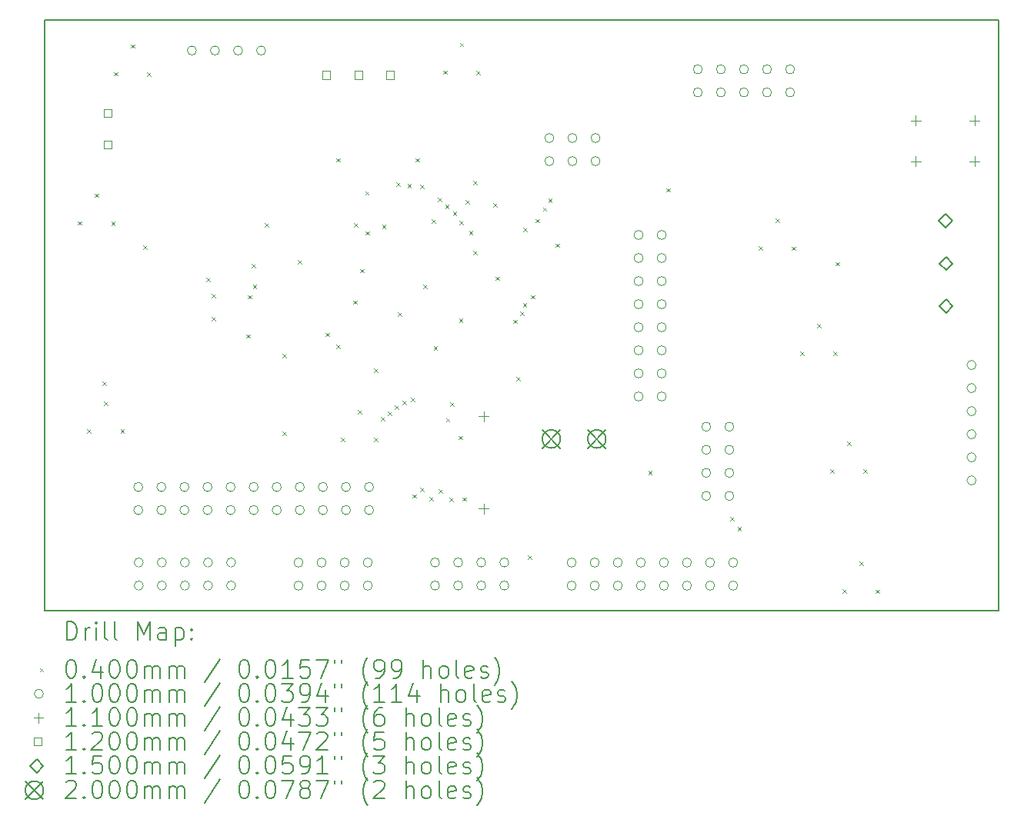
<source format=gbr>
%TF.GenerationSoftware,KiCad,Pcbnew,6.0.7-f9a2dced07~116~ubuntu20.04.1*%
%TF.CreationDate,2023-02-02T12:23:22+01:00*%
%TF.ProjectId,MoleNet_V5.2.2,4d6f6c65-4e65-4745-9f56-352e322e322e,1*%
%TF.SameCoordinates,Original*%
%TF.FileFunction,Drillmap*%
%TF.FilePolarity,Positive*%
%FSLAX45Y45*%
G04 Gerber Fmt 4.5, Leading zero omitted, Abs format (unit mm)*
G04 Created by KiCad (PCBNEW 6.0.7-f9a2dced07~116~ubuntu20.04.1) date 2023-02-02 12:23:22*
%MOMM*%
%LPD*%
G01*
G04 APERTURE LIST*
%ADD10C,0.200000*%
%ADD11C,0.040000*%
%ADD12C,0.100000*%
%ADD13C,0.110000*%
%ADD14C,0.120000*%
%ADD15C,0.150000*%
G04 APERTURE END LIST*
D10*
X9329700Y-12375440D02*
X19829700Y-12375440D01*
X19829700Y-12375440D02*
X19829700Y-5875440D01*
X19829700Y-5875440D02*
X9329700Y-5875440D01*
X9329700Y-5875440D02*
X9329700Y-12375440D01*
D11*
X9700580Y-8087680D02*
X9740580Y-8127680D01*
X9740580Y-8087680D02*
X9700580Y-8127680D01*
X9802180Y-10376220D02*
X9842180Y-10416220D01*
X9842180Y-10376220D02*
X9802180Y-10416220D01*
X9886000Y-7782880D02*
X9926000Y-7822880D01*
X9926000Y-7782880D02*
X9886000Y-7822880D01*
X9967130Y-9850440D02*
X10007130Y-9890440D01*
X10007130Y-9850440D02*
X9967130Y-9890440D01*
X9987600Y-10071420D02*
X10027600Y-10111420D01*
X10027600Y-10071420D02*
X9987600Y-10111420D01*
X10066340Y-8090220D02*
X10106340Y-8130220D01*
X10106340Y-8090220D02*
X10066340Y-8130220D01*
X10096820Y-6444300D02*
X10136820Y-6484300D01*
X10136820Y-6444300D02*
X10096820Y-6484300D01*
X10167940Y-10378760D02*
X10207940Y-10418760D01*
X10207940Y-10378760D02*
X10167940Y-10418760D01*
X10282240Y-6139500D02*
X10322240Y-6179500D01*
X10322240Y-6139500D02*
X10282240Y-6179500D01*
X10414320Y-8354380D02*
X10454320Y-8394380D01*
X10454320Y-8354380D02*
X10414320Y-8394380D01*
X10462580Y-6446840D02*
X10502580Y-6486840D01*
X10502580Y-6446840D02*
X10462580Y-6486840D01*
X11110280Y-8709980D02*
X11150280Y-8749980D01*
X11150280Y-8709980D02*
X11110280Y-8749980D01*
X11170000Y-9141000D02*
X11210000Y-9181000D01*
X11210000Y-9141000D02*
X11170000Y-9181000D01*
X11172000Y-8885000D02*
X11212000Y-8925000D01*
X11212000Y-8885000D02*
X11172000Y-8925000D01*
X11549700Y-9332280D02*
X11589700Y-9372280D01*
X11589700Y-9332280D02*
X11549700Y-9372280D01*
X11571000Y-8900000D02*
X11611000Y-8940000D01*
X11611000Y-8900000D02*
X11571000Y-8940000D01*
X11613200Y-8555040D02*
X11653200Y-8595040D01*
X11653200Y-8555040D02*
X11613200Y-8595040D01*
X11623360Y-8786180D02*
X11663360Y-8826180D01*
X11663360Y-8786180D02*
X11623360Y-8826180D01*
X11757980Y-8110540D02*
X11797980Y-8150540D01*
X11797980Y-8110540D02*
X11757980Y-8150540D01*
X11947500Y-9545000D02*
X11987500Y-9585000D01*
X11987500Y-9545000D02*
X11947500Y-9585000D01*
X11952500Y-10402500D02*
X11992500Y-10442500D01*
X11992500Y-10402500D02*
X11952500Y-10442500D01*
X12121200Y-8511860D02*
X12161200Y-8551860D01*
X12161200Y-8511860D02*
X12121200Y-8551860D01*
X12426000Y-9314500D02*
X12466000Y-9354500D01*
X12466000Y-9314500D02*
X12426000Y-9354500D01*
X12540300Y-9446580D02*
X12580300Y-9486580D01*
X12580300Y-9446580D02*
X12540300Y-9486580D01*
X12545380Y-7391720D02*
X12585380Y-7431720D01*
X12585380Y-7391720D02*
X12545380Y-7431720D01*
X12593640Y-10470200D02*
X12633640Y-10510200D01*
X12633640Y-10470200D02*
X12593640Y-10510200D01*
X12730000Y-8960000D02*
X12770000Y-9000000D01*
X12770000Y-8960000D02*
X12730000Y-9000000D01*
X12738420Y-8110540D02*
X12778420Y-8150540D01*
X12778420Y-8110540D02*
X12738420Y-8150540D01*
X12779060Y-10165400D02*
X12819060Y-10205400D01*
X12819060Y-10165400D02*
X12779060Y-10205400D01*
X12802500Y-8612500D02*
X12842500Y-8652500D01*
X12842500Y-8612500D02*
X12802500Y-8652500D01*
X12860340Y-7757480D02*
X12900340Y-7797480D01*
X12900340Y-7757480D02*
X12860340Y-7797480D01*
X12865420Y-8196900D02*
X12905420Y-8236900D01*
X12905420Y-8196900D02*
X12865420Y-8236900D01*
X12959400Y-9705660D02*
X12999400Y-9745660D01*
X12999400Y-9705660D02*
X12959400Y-9745660D01*
X12959400Y-10472740D02*
X12999400Y-10512740D01*
X12999400Y-10472740D02*
X12959400Y-10512740D01*
X13030520Y-10244140D02*
X13070520Y-10284140D01*
X13070520Y-10244140D02*
X13030520Y-10284140D01*
X13045760Y-8124250D02*
X13085760Y-8164250D01*
X13085760Y-8124250D02*
X13045760Y-8164250D01*
X13108411Y-10181506D02*
X13148411Y-10221506D01*
X13148411Y-10181506D02*
X13108411Y-10221506D01*
X13183223Y-10115224D02*
X13223223Y-10155224D01*
X13223223Y-10115224D02*
X13183223Y-10155224D01*
X13203240Y-7658420D02*
X13243240Y-7698420D01*
X13243240Y-7658420D02*
X13203240Y-7698420D01*
X13220000Y-9090000D02*
X13260000Y-9130000D01*
X13260000Y-9090000D02*
X13220000Y-9130000D01*
X13269773Y-10065233D02*
X13309773Y-10105233D01*
X13309773Y-10065233D02*
X13269773Y-10105233D01*
X13325731Y-7678169D02*
X13365731Y-7718169D01*
X13365731Y-7678169D02*
X13325731Y-7718169D01*
X13364158Y-10032347D02*
X13404158Y-10072347D01*
X13404158Y-10032347D02*
X13364158Y-10072347D01*
X13381040Y-11092500D02*
X13421040Y-11132500D01*
X13421040Y-11092500D02*
X13381040Y-11132500D01*
X13416600Y-7391720D02*
X13456600Y-7431720D01*
X13456600Y-7391720D02*
X13416600Y-7431720D01*
X13467400Y-7684830D02*
X13507400Y-7724830D01*
X13507400Y-7684830D02*
X13467400Y-7724830D01*
X13467400Y-11018840D02*
X13507400Y-11058840D01*
X13507400Y-11018840D02*
X13467400Y-11058840D01*
X13500000Y-8785000D02*
X13540000Y-8825000D01*
X13540000Y-8785000D02*
X13500000Y-8825000D01*
X13569000Y-11122980D02*
X13609000Y-11162980D01*
X13609000Y-11122980D02*
X13569000Y-11162980D01*
X13589470Y-8064820D02*
X13629470Y-8104820D01*
X13629470Y-8064820D02*
X13589470Y-8104820D01*
X13612500Y-9460000D02*
X13652500Y-9500000D01*
X13652500Y-9460000D02*
X13612500Y-9500000D01*
X13662980Y-7830130D02*
X13702980Y-7870130D01*
X13702980Y-7830130D02*
X13662980Y-7870130D01*
X13670600Y-11039160D02*
X13710600Y-11079160D01*
X13710600Y-11039160D02*
X13670600Y-11079160D01*
X13716320Y-6426520D02*
X13756320Y-6466520D01*
X13756320Y-6426520D02*
X13716320Y-6466520D01*
X13741550Y-7907340D02*
X13781550Y-7947340D01*
X13781550Y-7907340D02*
X13741550Y-7947340D01*
X13749340Y-10254300D02*
X13789340Y-10294300D01*
X13789340Y-10254300D02*
X13749340Y-10294300D01*
X13784900Y-11128060D02*
X13824900Y-11168060D01*
X13824900Y-11128060D02*
X13784900Y-11168060D01*
X13795060Y-10079040D02*
X13835060Y-10119040D01*
X13835060Y-10079040D02*
X13795060Y-10119040D01*
X13825540Y-7983540D02*
X13865540Y-8023540D01*
X13865540Y-7983540D02*
X13825540Y-8023540D01*
X13891580Y-10449880D02*
X13931580Y-10489880D01*
X13931580Y-10449880D02*
X13891580Y-10489880D01*
X13892500Y-9155000D02*
X13932500Y-9195000D01*
X13932500Y-9155000D02*
X13892500Y-9195000D01*
X13896660Y-8080060D02*
X13936660Y-8120060D01*
X13936660Y-8080060D02*
X13896660Y-8120060D01*
X13901740Y-6121720D02*
X13941740Y-6161720D01*
X13941740Y-6121720D02*
X13901740Y-6161720D01*
X13933750Y-11125520D02*
X13973750Y-11165520D01*
X13973750Y-11125520D02*
X13933750Y-11165520D01*
X13965240Y-7854000D02*
X14005240Y-7894000D01*
X14005240Y-7854000D02*
X13965240Y-7894000D01*
X14002500Y-8192500D02*
X14042500Y-8232500D01*
X14042500Y-8192500D02*
X14002500Y-8232500D01*
X14050000Y-8410000D02*
X14090000Y-8450000D01*
X14090000Y-8410000D02*
X14050000Y-8450000D01*
X14051600Y-7643180D02*
X14091600Y-7683180D01*
X14091600Y-7643180D02*
X14051600Y-7683180D01*
X14082080Y-6429060D02*
X14122080Y-6469060D01*
X14122080Y-6429060D02*
X14082080Y-6469060D01*
X14267500Y-7885000D02*
X14307500Y-7925000D01*
X14307500Y-7885000D02*
X14267500Y-7925000D01*
X14295000Y-8697500D02*
X14335000Y-8737500D01*
X14335000Y-8697500D02*
X14295000Y-8737500D01*
X14491020Y-9169720D02*
X14531020Y-9209720D01*
X14531020Y-9169720D02*
X14491020Y-9209720D01*
X14524040Y-9802180D02*
X14564040Y-9842180D01*
X14564040Y-9802180D02*
X14524040Y-9842180D01*
X14566520Y-9083884D02*
X14606520Y-9123884D01*
X14606520Y-9083884D02*
X14566520Y-9123884D01*
X14595532Y-8988237D02*
X14635532Y-9028237D01*
X14635532Y-8988237D02*
X14595532Y-9028237D01*
X14600000Y-8157500D02*
X14640000Y-8197500D01*
X14640000Y-8157500D02*
X14600000Y-8197500D01*
X14648500Y-11765600D02*
X14688500Y-11805600D01*
X14688500Y-11765600D02*
X14648500Y-11805600D01*
X14681520Y-8900480D02*
X14721520Y-8940480D01*
X14721520Y-8900480D02*
X14681520Y-8940480D01*
X14737500Y-8062500D02*
X14777500Y-8102500D01*
X14777500Y-8062500D02*
X14737500Y-8102500D01*
X14816140Y-7935280D02*
X14856140Y-7975280D01*
X14856140Y-7935280D02*
X14816140Y-7975280D01*
X14874560Y-7836220D02*
X14914560Y-7876220D01*
X14914560Y-7836220D02*
X14874560Y-7876220D01*
X14957500Y-8332500D02*
X14997500Y-8372500D01*
X14997500Y-8332500D02*
X14957500Y-8372500D01*
X15975000Y-10835000D02*
X16015000Y-10875000D01*
X16015000Y-10835000D02*
X15975000Y-10875000D01*
X16177580Y-7721920D02*
X16217580Y-7761920D01*
X16217580Y-7721920D02*
X16177580Y-7761920D01*
X16878620Y-11341420D02*
X16918620Y-11381420D01*
X16918620Y-11341420D02*
X16878620Y-11381420D01*
X16957360Y-11453180D02*
X16997360Y-11493180D01*
X16997360Y-11453180D02*
X16957360Y-11493180D01*
X17188500Y-8364540D02*
X17228500Y-8404540D01*
X17228500Y-8364540D02*
X17188500Y-8404540D01*
X17373920Y-8059740D02*
X17413920Y-8099740D01*
X17413920Y-8059740D02*
X17373920Y-8099740D01*
X17554260Y-8367080D02*
X17594260Y-8407080D01*
X17594260Y-8367080D02*
X17554260Y-8407080D01*
X17648240Y-9520240D02*
X17688240Y-9560240D01*
X17688240Y-9520240D02*
X17648240Y-9560240D01*
X17833660Y-9215440D02*
X17873660Y-9255440D01*
X17873660Y-9215440D02*
X17833660Y-9255440D01*
X17978240Y-10815460D02*
X18018240Y-10855460D01*
X18018240Y-10815460D02*
X17978240Y-10855460D01*
X18014000Y-9522780D02*
X18054000Y-9562780D01*
X18054000Y-9522780D02*
X18014000Y-9562780D01*
X18036860Y-8534720D02*
X18076860Y-8574720D01*
X18076860Y-8534720D02*
X18036860Y-8574720D01*
X18113060Y-12138980D02*
X18153060Y-12178980D01*
X18153060Y-12138980D02*
X18113060Y-12178980D01*
X18163660Y-10510660D02*
X18203660Y-10550660D01*
X18203660Y-10510660D02*
X18163660Y-10550660D01*
X18298480Y-11834180D02*
X18338480Y-11874180D01*
X18338480Y-11834180D02*
X18298480Y-11874180D01*
X18344000Y-10818000D02*
X18384000Y-10858000D01*
X18384000Y-10818000D02*
X18344000Y-10858000D01*
X18478820Y-12141520D02*
X18518820Y-12181520D01*
X18518820Y-12141520D02*
X18478820Y-12181520D01*
D12*
X10413200Y-11012940D02*
G75*
G03*
X10413200Y-11012940I-50000J0D01*
G01*
X10413200Y-11266940D02*
G75*
G03*
X10413200Y-11266940I-50000J0D01*
G01*
X10418280Y-11844020D02*
G75*
G03*
X10418280Y-11844020I-50000J0D01*
G01*
X10418280Y-12098020D02*
G75*
G03*
X10418280Y-12098020I-50000J0D01*
G01*
X10667200Y-11012940D02*
G75*
G03*
X10667200Y-11012940I-50000J0D01*
G01*
X10667200Y-11266940D02*
G75*
G03*
X10667200Y-11266940I-50000J0D01*
G01*
X10672280Y-11844020D02*
G75*
G03*
X10672280Y-11844020I-50000J0D01*
G01*
X10672280Y-12098020D02*
G75*
G03*
X10672280Y-12098020I-50000J0D01*
G01*
X10921200Y-11012940D02*
G75*
G03*
X10921200Y-11012940I-50000J0D01*
G01*
X10921200Y-11266940D02*
G75*
G03*
X10921200Y-11266940I-50000J0D01*
G01*
X10926280Y-11844020D02*
G75*
G03*
X10926280Y-11844020I-50000J0D01*
G01*
X10926280Y-12098020D02*
G75*
G03*
X10926280Y-12098020I-50000J0D01*
G01*
X11002980Y-6207760D02*
G75*
G03*
X11002980Y-6207760I-50000J0D01*
G01*
X11175200Y-11012940D02*
G75*
G03*
X11175200Y-11012940I-50000J0D01*
G01*
X11175200Y-11266940D02*
G75*
G03*
X11175200Y-11266940I-50000J0D01*
G01*
X11180280Y-11844020D02*
G75*
G03*
X11180280Y-11844020I-50000J0D01*
G01*
X11180280Y-12098020D02*
G75*
G03*
X11180280Y-12098020I-50000J0D01*
G01*
X11256980Y-6207760D02*
G75*
G03*
X11256980Y-6207760I-50000J0D01*
G01*
X11429200Y-11012940D02*
G75*
G03*
X11429200Y-11012940I-50000J0D01*
G01*
X11429200Y-11266940D02*
G75*
G03*
X11429200Y-11266940I-50000J0D01*
G01*
X11434280Y-11844020D02*
G75*
G03*
X11434280Y-11844020I-50000J0D01*
G01*
X11434280Y-12098020D02*
G75*
G03*
X11434280Y-12098020I-50000J0D01*
G01*
X11510980Y-6207760D02*
G75*
G03*
X11510980Y-6207760I-50000J0D01*
G01*
X11683200Y-11012940D02*
G75*
G03*
X11683200Y-11012940I-50000J0D01*
G01*
X11683200Y-11266940D02*
G75*
G03*
X11683200Y-11266940I-50000J0D01*
G01*
X11764980Y-6207760D02*
G75*
G03*
X11764980Y-6207760I-50000J0D01*
G01*
X11937200Y-11012940D02*
G75*
G03*
X11937200Y-11012940I-50000J0D01*
G01*
X11937200Y-11266940D02*
G75*
G03*
X11937200Y-11266940I-50000J0D01*
G01*
X12176113Y-11844020D02*
G75*
G03*
X12176113Y-11844020I-50000J0D01*
G01*
X12176113Y-12098020D02*
G75*
G03*
X12176113Y-12098020I-50000J0D01*
G01*
X12191200Y-11012940D02*
G75*
G03*
X12191200Y-11012940I-50000J0D01*
G01*
X12191200Y-11266940D02*
G75*
G03*
X12191200Y-11266940I-50000J0D01*
G01*
X12430113Y-11844020D02*
G75*
G03*
X12430113Y-11844020I-50000J0D01*
G01*
X12430113Y-12098020D02*
G75*
G03*
X12430113Y-12098020I-50000J0D01*
G01*
X12445200Y-11012940D02*
G75*
G03*
X12445200Y-11012940I-50000J0D01*
G01*
X12445200Y-11266940D02*
G75*
G03*
X12445200Y-11266940I-50000J0D01*
G01*
X12684113Y-11844020D02*
G75*
G03*
X12684113Y-11844020I-50000J0D01*
G01*
X12684113Y-12098020D02*
G75*
G03*
X12684113Y-12098020I-50000J0D01*
G01*
X12699200Y-11012940D02*
G75*
G03*
X12699200Y-11012940I-50000J0D01*
G01*
X12699200Y-11266940D02*
G75*
G03*
X12699200Y-11266940I-50000J0D01*
G01*
X12938113Y-11844020D02*
G75*
G03*
X12938113Y-11844020I-50000J0D01*
G01*
X12938113Y-12098020D02*
G75*
G03*
X12938113Y-12098020I-50000J0D01*
G01*
X12953200Y-11012940D02*
G75*
G03*
X12953200Y-11012940I-50000J0D01*
G01*
X12953200Y-11266940D02*
G75*
G03*
X12953200Y-11266940I-50000J0D01*
G01*
X13678947Y-11844020D02*
G75*
G03*
X13678947Y-11844020I-50000J0D01*
G01*
X13678947Y-12098020D02*
G75*
G03*
X13678947Y-12098020I-50000J0D01*
G01*
X13932947Y-11844020D02*
G75*
G03*
X13932947Y-11844020I-50000J0D01*
G01*
X13932947Y-12098020D02*
G75*
G03*
X13932947Y-12098020I-50000J0D01*
G01*
X14186947Y-11844020D02*
G75*
G03*
X14186947Y-11844020I-50000J0D01*
G01*
X14186947Y-12098020D02*
G75*
G03*
X14186947Y-12098020I-50000J0D01*
G01*
X14440947Y-11844020D02*
G75*
G03*
X14440947Y-11844020I-50000J0D01*
G01*
X14440947Y-12098020D02*
G75*
G03*
X14440947Y-12098020I-50000J0D01*
G01*
X14936940Y-7170420D02*
G75*
G03*
X14936940Y-7170420I-50000J0D01*
G01*
X14936940Y-7424420D02*
G75*
G03*
X14936940Y-7424420I-50000J0D01*
G01*
X15181780Y-11844020D02*
G75*
G03*
X15181780Y-11844020I-50000J0D01*
G01*
X15181780Y-12098020D02*
G75*
G03*
X15181780Y-12098020I-50000J0D01*
G01*
X15190940Y-7170420D02*
G75*
G03*
X15190940Y-7170420I-50000J0D01*
G01*
X15190940Y-7424420D02*
G75*
G03*
X15190940Y-7424420I-50000J0D01*
G01*
X15435780Y-11844020D02*
G75*
G03*
X15435780Y-11844020I-50000J0D01*
G01*
X15435780Y-12098020D02*
G75*
G03*
X15435780Y-12098020I-50000J0D01*
G01*
X15444940Y-7170420D02*
G75*
G03*
X15444940Y-7170420I-50000J0D01*
G01*
X15444940Y-7424420D02*
G75*
G03*
X15444940Y-7424420I-50000J0D01*
G01*
X15689780Y-11844020D02*
G75*
G03*
X15689780Y-11844020I-50000J0D01*
G01*
X15689780Y-12098020D02*
G75*
G03*
X15689780Y-12098020I-50000J0D01*
G01*
X15919260Y-8237940D02*
G75*
G03*
X15919260Y-8237940I-50000J0D01*
G01*
X15919260Y-8491940D02*
G75*
G03*
X15919260Y-8491940I-50000J0D01*
G01*
X15919260Y-8745940D02*
G75*
G03*
X15919260Y-8745940I-50000J0D01*
G01*
X15919260Y-8999940D02*
G75*
G03*
X15919260Y-8999940I-50000J0D01*
G01*
X15919260Y-9253940D02*
G75*
G03*
X15919260Y-9253940I-50000J0D01*
G01*
X15919260Y-9507940D02*
G75*
G03*
X15919260Y-9507940I-50000J0D01*
G01*
X15919260Y-9761940D02*
G75*
G03*
X15919260Y-9761940I-50000J0D01*
G01*
X15919260Y-10015940D02*
G75*
G03*
X15919260Y-10015940I-50000J0D01*
G01*
X15943780Y-11844020D02*
G75*
G03*
X15943780Y-11844020I-50000J0D01*
G01*
X15943780Y-12098020D02*
G75*
G03*
X15943780Y-12098020I-50000J0D01*
G01*
X16173260Y-8237940D02*
G75*
G03*
X16173260Y-8237940I-50000J0D01*
G01*
X16173260Y-8491940D02*
G75*
G03*
X16173260Y-8491940I-50000J0D01*
G01*
X16173260Y-8745940D02*
G75*
G03*
X16173260Y-8745940I-50000J0D01*
G01*
X16173260Y-8999940D02*
G75*
G03*
X16173260Y-8999940I-50000J0D01*
G01*
X16173260Y-9253940D02*
G75*
G03*
X16173260Y-9253940I-50000J0D01*
G01*
X16173260Y-9507940D02*
G75*
G03*
X16173260Y-9507940I-50000J0D01*
G01*
X16173260Y-9761940D02*
G75*
G03*
X16173260Y-9761940I-50000J0D01*
G01*
X16173260Y-10015940D02*
G75*
G03*
X16173260Y-10015940I-50000J0D01*
G01*
X16197780Y-11844020D02*
G75*
G03*
X16197780Y-11844020I-50000J0D01*
G01*
X16197780Y-12098020D02*
G75*
G03*
X16197780Y-12098020I-50000J0D01*
G01*
X16451780Y-11844020D02*
G75*
G03*
X16451780Y-11844020I-50000J0D01*
G01*
X16451780Y-12098020D02*
G75*
G03*
X16451780Y-12098020I-50000J0D01*
G01*
X16570160Y-6414450D02*
G75*
G03*
X16570160Y-6414450I-50000J0D01*
G01*
X16570160Y-6668450D02*
G75*
G03*
X16570160Y-6668450I-50000J0D01*
G01*
X16664140Y-10348960D02*
G75*
G03*
X16664140Y-10348960I-50000J0D01*
G01*
X16664140Y-10602960D02*
G75*
G03*
X16664140Y-10602960I-50000J0D01*
G01*
X16664140Y-10856960D02*
G75*
G03*
X16664140Y-10856960I-50000J0D01*
G01*
X16664140Y-11110960D02*
G75*
G03*
X16664140Y-11110960I-50000J0D01*
G01*
X16705780Y-11844020D02*
G75*
G03*
X16705780Y-11844020I-50000J0D01*
G01*
X16705780Y-12098020D02*
G75*
G03*
X16705780Y-12098020I-50000J0D01*
G01*
X16824160Y-6414450D02*
G75*
G03*
X16824160Y-6414450I-50000J0D01*
G01*
X16824160Y-6668450D02*
G75*
G03*
X16824160Y-6668450I-50000J0D01*
G01*
X16918140Y-10348960D02*
G75*
G03*
X16918140Y-10348960I-50000J0D01*
G01*
X16918140Y-10602960D02*
G75*
G03*
X16918140Y-10602960I-50000J0D01*
G01*
X16918140Y-10856960D02*
G75*
G03*
X16918140Y-10856960I-50000J0D01*
G01*
X16918140Y-11110960D02*
G75*
G03*
X16918140Y-11110960I-50000J0D01*
G01*
X16959780Y-11844020D02*
G75*
G03*
X16959780Y-11844020I-50000J0D01*
G01*
X16959780Y-12098020D02*
G75*
G03*
X16959780Y-12098020I-50000J0D01*
G01*
X17078160Y-6414450D02*
G75*
G03*
X17078160Y-6414450I-50000J0D01*
G01*
X17078160Y-6668450D02*
G75*
G03*
X17078160Y-6668450I-50000J0D01*
G01*
X17332160Y-6414450D02*
G75*
G03*
X17332160Y-6414450I-50000J0D01*
G01*
X17332160Y-6668450D02*
G75*
G03*
X17332160Y-6668450I-50000J0D01*
G01*
X17586160Y-6414450D02*
G75*
G03*
X17586160Y-6414450I-50000J0D01*
G01*
X17586160Y-6668450D02*
G75*
G03*
X17586160Y-6668450I-50000J0D01*
G01*
X19583100Y-9669780D02*
G75*
G03*
X19583100Y-9669780I-50000J0D01*
G01*
X19583100Y-9923780D02*
G75*
G03*
X19583100Y-9923780I-50000J0D01*
G01*
X19583100Y-10177780D02*
G75*
G03*
X19583100Y-10177780I-50000J0D01*
G01*
X19583100Y-10431780D02*
G75*
G03*
X19583100Y-10431780I-50000J0D01*
G01*
X19583100Y-10685780D02*
G75*
G03*
X19583100Y-10685780I-50000J0D01*
G01*
X19583100Y-10939780D02*
G75*
G03*
X19583100Y-10939780I-50000J0D01*
G01*
D13*
X14166080Y-10181200D02*
X14166080Y-10291200D01*
X14111080Y-10236200D02*
X14221080Y-10236200D01*
X14166080Y-11197200D02*
X14166080Y-11307200D01*
X14111080Y-11252200D02*
X14221080Y-11252200D01*
X18918540Y-6923440D02*
X18918540Y-7033440D01*
X18863540Y-6978440D02*
X18973540Y-6978440D01*
X18918540Y-7373440D02*
X18918540Y-7483440D01*
X18863540Y-7428440D02*
X18973540Y-7428440D01*
X19568540Y-6923440D02*
X19568540Y-7033440D01*
X19513540Y-6978440D02*
X19623540Y-6978440D01*
X19568540Y-7373440D02*
X19568540Y-7483440D01*
X19513540Y-7428440D02*
X19623540Y-7428440D01*
D14*
X10068307Y-6935987D02*
X10068307Y-6851133D01*
X9983453Y-6851133D01*
X9983453Y-6935987D01*
X10068307Y-6935987D01*
X10068307Y-7285987D02*
X10068307Y-7201133D01*
X9983453Y-7201133D01*
X9983453Y-7285987D01*
X10068307Y-7285987D01*
X12476767Y-6519427D02*
X12476767Y-6434573D01*
X12391913Y-6434573D01*
X12391913Y-6519427D01*
X12476767Y-6519427D01*
X12826767Y-6519427D02*
X12826767Y-6434573D01*
X12741913Y-6434573D01*
X12741913Y-6519427D01*
X12826767Y-6519427D01*
X13176767Y-6519427D02*
X13176767Y-6434573D01*
X13091913Y-6434573D01*
X13091913Y-6519427D01*
X13176767Y-6519427D01*
D15*
X19245160Y-8157180D02*
X19320160Y-8082180D01*
X19245160Y-8007180D01*
X19170160Y-8082180D01*
X19245160Y-8157180D01*
X19251160Y-8627180D02*
X19326160Y-8552180D01*
X19251160Y-8477180D01*
X19176160Y-8552180D01*
X19251160Y-8627180D01*
X19251160Y-9097180D02*
X19326160Y-9022180D01*
X19251160Y-8947180D01*
X19176160Y-9022180D01*
X19251160Y-9097180D01*
D10*
X14808720Y-10383760D02*
X15008720Y-10583760D01*
X15008720Y-10383760D02*
X14808720Y-10583760D01*
X15008720Y-10483760D02*
G75*
G03*
X15008720Y-10483760I-100000J0D01*
G01*
X15308720Y-10383760D02*
X15508720Y-10583760D01*
X15508720Y-10383760D02*
X15308720Y-10583760D01*
X15508720Y-10483760D02*
G75*
G03*
X15508720Y-10483760I-100000J0D01*
G01*
X9577319Y-12695916D02*
X9577319Y-12495916D01*
X9624938Y-12495916D01*
X9653510Y-12505440D01*
X9672557Y-12524488D01*
X9682081Y-12543535D01*
X9691605Y-12581630D01*
X9691605Y-12610202D01*
X9682081Y-12648297D01*
X9672557Y-12667345D01*
X9653510Y-12686392D01*
X9624938Y-12695916D01*
X9577319Y-12695916D01*
X9777319Y-12695916D02*
X9777319Y-12562583D01*
X9777319Y-12600678D02*
X9786843Y-12581630D01*
X9796367Y-12572107D01*
X9815414Y-12562583D01*
X9834462Y-12562583D01*
X9901129Y-12695916D02*
X9901129Y-12562583D01*
X9901129Y-12495916D02*
X9891605Y-12505440D01*
X9901129Y-12514964D01*
X9910652Y-12505440D01*
X9901129Y-12495916D01*
X9901129Y-12514964D01*
X10024938Y-12695916D02*
X10005890Y-12686392D01*
X9996367Y-12667345D01*
X9996367Y-12495916D01*
X10129700Y-12695916D02*
X10110652Y-12686392D01*
X10101129Y-12667345D01*
X10101129Y-12495916D01*
X10358271Y-12695916D02*
X10358271Y-12495916D01*
X10424938Y-12638773D01*
X10491605Y-12495916D01*
X10491605Y-12695916D01*
X10672557Y-12695916D02*
X10672557Y-12591154D01*
X10663033Y-12572107D01*
X10643986Y-12562583D01*
X10605890Y-12562583D01*
X10586843Y-12572107D01*
X10672557Y-12686392D02*
X10653510Y-12695916D01*
X10605890Y-12695916D01*
X10586843Y-12686392D01*
X10577319Y-12667345D01*
X10577319Y-12648297D01*
X10586843Y-12629249D01*
X10605890Y-12619726D01*
X10653510Y-12619726D01*
X10672557Y-12610202D01*
X10767795Y-12562583D02*
X10767795Y-12762583D01*
X10767795Y-12572107D02*
X10786843Y-12562583D01*
X10824938Y-12562583D01*
X10843986Y-12572107D01*
X10853510Y-12581630D01*
X10863033Y-12600678D01*
X10863033Y-12657821D01*
X10853510Y-12676868D01*
X10843986Y-12686392D01*
X10824938Y-12695916D01*
X10786843Y-12695916D01*
X10767795Y-12686392D01*
X10948748Y-12676868D02*
X10958271Y-12686392D01*
X10948748Y-12695916D01*
X10939224Y-12686392D01*
X10948748Y-12676868D01*
X10948748Y-12695916D01*
X10948748Y-12572107D02*
X10958271Y-12581630D01*
X10948748Y-12591154D01*
X10939224Y-12581630D01*
X10948748Y-12572107D01*
X10948748Y-12591154D01*
D11*
X9279700Y-13005440D02*
X9319700Y-13045440D01*
X9319700Y-13005440D02*
X9279700Y-13045440D01*
D10*
X9615414Y-12915916D02*
X9634462Y-12915916D01*
X9653510Y-12925440D01*
X9663033Y-12934964D01*
X9672557Y-12954011D01*
X9682081Y-12992107D01*
X9682081Y-13039726D01*
X9672557Y-13077821D01*
X9663033Y-13096868D01*
X9653510Y-13106392D01*
X9634462Y-13115916D01*
X9615414Y-13115916D01*
X9596367Y-13106392D01*
X9586843Y-13096868D01*
X9577319Y-13077821D01*
X9567795Y-13039726D01*
X9567795Y-12992107D01*
X9577319Y-12954011D01*
X9586843Y-12934964D01*
X9596367Y-12925440D01*
X9615414Y-12915916D01*
X9767795Y-13096868D02*
X9777319Y-13106392D01*
X9767795Y-13115916D01*
X9758271Y-13106392D01*
X9767795Y-13096868D01*
X9767795Y-13115916D01*
X9948748Y-12982583D02*
X9948748Y-13115916D01*
X9901129Y-12906392D02*
X9853510Y-13049249D01*
X9977319Y-13049249D01*
X10091605Y-12915916D02*
X10110652Y-12915916D01*
X10129700Y-12925440D01*
X10139224Y-12934964D01*
X10148748Y-12954011D01*
X10158271Y-12992107D01*
X10158271Y-13039726D01*
X10148748Y-13077821D01*
X10139224Y-13096868D01*
X10129700Y-13106392D01*
X10110652Y-13115916D01*
X10091605Y-13115916D01*
X10072557Y-13106392D01*
X10063033Y-13096868D01*
X10053510Y-13077821D01*
X10043986Y-13039726D01*
X10043986Y-12992107D01*
X10053510Y-12954011D01*
X10063033Y-12934964D01*
X10072557Y-12925440D01*
X10091605Y-12915916D01*
X10282081Y-12915916D02*
X10301129Y-12915916D01*
X10320176Y-12925440D01*
X10329700Y-12934964D01*
X10339224Y-12954011D01*
X10348748Y-12992107D01*
X10348748Y-13039726D01*
X10339224Y-13077821D01*
X10329700Y-13096868D01*
X10320176Y-13106392D01*
X10301129Y-13115916D01*
X10282081Y-13115916D01*
X10263033Y-13106392D01*
X10253510Y-13096868D01*
X10243986Y-13077821D01*
X10234462Y-13039726D01*
X10234462Y-12992107D01*
X10243986Y-12954011D01*
X10253510Y-12934964D01*
X10263033Y-12925440D01*
X10282081Y-12915916D01*
X10434462Y-13115916D02*
X10434462Y-12982583D01*
X10434462Y-13001630D02*
X10443986Y-12992107D01*
X10463033Y-12982583D01*
X10491605Y-12982583D01*
X10510652Y-12992107D01*
X10520176Y-13011154D01*
X10520176Y-13115916D01*
X10520176Y-13011154D02*
X10529700Y-12992107D01*
X10548748Y-12982583D01*
X10577319Y-12982583D01*
X10596367Y-12992107D01*
X10605890Y-13011154D01*
X10605890Y-13115916D01*
X10701129Y-13115916D02*
X10701129Y-12982583D01*
X10701129Y-13001630D02*
X10710652Y-12992107D01*
X10729700Y-12982583D01*
X10758271Y-12982583D01*
X10777319Y-12992107D01*
X10786843Y-13011154D01*
X10786843Y-13115916D01*
X10786843Y-13011154D02*
X10796367Y-12992107D01*
X10815414Y-12982583D01*
X10843986Y-12982583D01*
X10863033Y-12992107D01*
X10872557Y-13011154D01*
X10872557Y-13115916D01*
X11263033Y-12906392D02*
X11091605Y-13163535D01*
X11520176Y-12915916D02*
X11539224Y-12915916D01*
X11558271Y-12925440D01*
X11567795Y-12934964D01*
X11577319Y-12954011D01*
X11586843Y-12992107D01*
X11586843Y-13039726D01*
X11577319Y-13077821D01*
X11567795Y-13096868D01*
X11558271Y-13106392D01*
X11539224Y-13115916D01*
X11520176Y-13115916D01*
X11501128Y-13106392D01*
X11491605Y-13096868D01*
X11482081Y-13077821D01*
X11472557Y-13039726D01*
X11472557Y-12992107D01*
X11482081Y-12954011D01*
X11491605Y-12934964D01*
X11501128Y-12925440D01*
X11520176Y-12915916D01*
X11672557Y-13096868D02*
X11682081Y-13106392D01*
X11672557Y-13115916D01*
X11663033Y-13106392D01*
X11672557Y-13096868D01*
X11672557Y-13115916D01*
X11805890Y-12915916D02*
X11824938Y-12915916D01*
X11843986Y-12925440D01*
X11853509Y-12934964D01*
X11863033Y-12954011D01*
X11872557Y-12992107D01*
X11872557Y-13039726D01*
X11863033Y-13077821D01*
X11853509Y-13096868D01*
X11843986Y-13106392D01*
X11824938Y-13115916D01*
X11805890Y-13115916D01*
X11786843Y-13106392D01*
X11777319Y-13096868D01*
X11767795Y-13077821D01*
X11758271Y-13039726D01*
X11758271Y-12992107D01*
X11767795Y-12954011D01*
X11777319Y-12934964D01*
X11786843Y-12925440D01*
X11805890Y-12915916D01*
X12063033Y-13115916D02*
X11948748Y-13115916D01*
X12005890Y-13115916D02*
X12005890Y-12915916D01*
X11986843Y-12944488D01*
X11967795Y-12963535D01*
X11948748Y-12973059D01*
X12243986Y-12915916D02*
X12148748Y-12915916D01*
X12139224Y-13011154D01*
X12148748Y-13001630D01*
X12167795Y-12992107D01*
X12215414Y-12992107D01*
X12234462Y-13001630D01*
X12243986Y-13011154D01*
X12253509Y-13030202D01*
X12253509Y-13077821D01*
X12243986Y-13096868D01*
X12234462Y-13106392D01*
X12215414Y-13115916D01*
X12167795Y-13115916D01*
X12148748Y-13106392D01*
X12139224Y-13096868D01*
X12320176Y-12915916D02*
X12453509Y-12915916D01*
X12367795Y-13115916D01*
X12520176Y-12915916D02*
X12520176Y-12954011D01*
X12596367Y-12915916D02*
X12596367Y-12954011D01*
X12891605Y-13192107D02*
X12882081Y-13182583D01*
X12863033Y-13154011D01*
X12853509Y-13134964D01*
X12843986Y-13106392D01*
X12834462Y-13058773D01*
X12834462Y-13020678D01*
X12843986Y-12973059D01*
X12853509Y-12944488D01*
X12863033Y-12925440D01*
X12882081Y-12896868D01*
X12891605Y-12887345D01*
X12977319Y-13115916D02*
X13015414Y-13115916D01*
X13034462Y-13106392D01*
X13043986Y-13096868D01*
X13063033Y-13068297D01*
X13072557Y-13030202D01*
X13072557Y-12954011D01*
X13063033Y-12934964D01*
X13053509Y-12925440D01*
X13034462Y-12915916D01*
X12996367Y-12915916D01*
X12977319Y-12925440D01*
X12967795Y-12934964D01*
X12958271Y-12954011D01*
X12958271Y-13001630D01*
X12967795Y-13020678D01*
X12977319Y-13030202D01*
X12996367Y-13039726D01*
X13034462Y-13039726D01*
X13053509Y-13030202D01*
X13063033Y-13020678D01*
X13072557Y-13001630D01*
X13167795Y-13115916D02*
X13205890Y-13115916D01*
X13224938Y-13106392D01*
X13234462Y-13096868D01*
X13253509Y-13068297D01*
X13263033Y-13030202D01*
X13263033Y-12954011D01*
X13253509Y-12934964D01*
X13243986Y-12925440D01*
X13224938Y-12915916D01*
X13186843Y-12915916D01*
X13167795Y-12925440D01*
X13158271Y-12934964D01*
X13148748Y-12954011D01*
X13148748Y-13001630D01*
X13158271Y-13020678D01*
X13167795Y-13030202D01*
X13186843Y-13039726D01*
X13224938Y-13039726D01*
X13243986Y-13030202D01*
X13253509Y-13020678D01*
X13263033Y-13001630D01*
X13501128Y-13115916D02*
X13501128Y-12915916D01*
X13586843Y-13115916D02*
X13586843Y-13011154D01*
X13577319Y-12992107D01*
X13558271Y-12982583D01*
X13529700Y-12982583D01*
X13510652Y-12992107D01*
X13501128Y-13001630D01*
X13710652Y-13115916D02*
X13691605Y-13106392D01*
X13682081Y-13096868D01*
X13672557Y-13077821D01*
X13672557Y-13020678D01*
X13682081Y-13001630D01*
X13691605Y-12992107D01*
X13710652Y-12982583D01*
X13739224Y-12982583D01*
X13758271Y-12992107D01*
X13767795Y-13001630D01*
X13777319Y-13020678D01*
X13777319Y-13077821D01*
X13767795Y-13096868D01*
X13758271Y-13106392D01*
X13739224Y-13115916D01*
X13710652Y-13115916D01*
X13891605Y-13115916D02*
X13872557Y-13106392D01*
X13863033Y-13087345D01*
X13863033Y-12915916D01*
X14043986Y-13106392D02*
X14024938Y-13115916D01*
X13986843Y-13115916D01*
X13967795Y-13106392D01*
X13958271Y-13087345D01*
X13958271Y-13011154D01*
X13967795Y-12992107D01*
X13986843Y-12982583D01*
X14024938Y-12982583D01*
X14043986Y-12992107D01*
X14053509Y-13011154D01*
X14053509Y-13030202D01*
X13958271Y-13049249D01*
X14129700Y-13106392D02*
X14148748Y-13115916D01*
X14186843Y-13115916D01*
X14205890Y-13106392D01*
X14215414Y-13087345D01*
X14215414Y-13077821D01*
X14205890Y-13058773D01*
X14186843Y-13049249D01*
X14158271Y-13049249D01*
X14139224Y-13039726D01*
X14129700Y-13020678D01*
X14129700Y-13011154D01*
X14139224Y-12992107D01*
X14158271Y-12982583D01*
X14186843Y-12982583D01*
X14205890Y-12992107D01*
X14282081Y-13192107D02*
X14291605Y-13182583D01*
X14310652Y-13154011D01*
X14320176Y-13134964D01*
X14329700Y-13106392D01*
X14339224Y-13058773D01*
X14339224Y-13020678D01*
X14329700Y-12973059D01*
X14320176Y-12944488D01*
X14310652Y-12925440D01*
X14291605Y-12896868D01*
X14282081Y-12887345D01*
D12*
X9319700Y-13289440D02*
G75*
G03*
X9319700Y-13289440I-50000J0D01*
G01*
D10*
X9682081Y-13379916D02*
X9567795Y-13379916D01*
X9624938Y-13379916D02*
X9624938Y-13179916D01*
X9605890Y-13208488D01*
X9586843Y-13227535D01*
X9567795Y-13237059D01*
X9767795Y-13360868D02*
X9777319Y-13370392D01*
X9767795Y-13379916D01*
X9758271Y-13370392D01*
X9767795Y-13360868D01*
X9767795Y-13379916D01*
X9901129Y-13179916D02*
X9920176Y-13179916D01*
X9939224Y-13189440D01*
X9948748Y-13198964D01*
X9958271Y-13218011D01*
X9967795Y-13256107D01*
X9967795Y-13303726D01*
X9958271Y-13341821D01*
X9948748Y-13360868D01*
X9939224Y-13370392D01*
X9920176Y-13379916D01*
X9901129Y-13379916D01*
X9882081Y-13370392D01*
X9872557Y-13360868D01*
X9863033Y-13341821D01*
X9853510Y-13303726D01*
X9853510Y-13256107D01*
X9863033Y-13218011D01*
X9872557Y-13198964D01*
X9882081Y-13189440D01*
X9901129Y-13179916D01*
X10091605Y-13179916D02*
X10110652Y-13179916D01*
X10129700Y-13189440D01*
X10139224Y-13198964D01*
X10148748Y-13218011D01*
X10158271Y-13256107D01*
X10158271Y-13303726D01*
X10148748Y-13341821D01*
X10139224Y-13360868D01*
X10129700Y-13370392D01*
X10110652Y-13379916D01*
X10091605Y-13379916D01*
X10072557Y-13370392D01*
X10063033Y-13360868D01*
X10053510Y-13341821D01*
X10043986Y-13303726D01*
X10043986Y-13256107D01*
X10053510Y-13218011D01*
X10063033Y-13198964D01*
X10072557Y-13189440D01*
X10091605Y-13179916D01*
X10282081Y-13179916D02*
X10301129Y-13179916D01*
X10320176Y-13189440D01*
X10329700Y-13198964D01*
X10339224Y-13218011D01*
X10348748Y-13256107D01*
X10348748Y-13303726D01*
X10339224Y-13341821D01*
X10329700Y-13360868D01*
X10320176Y-13370392D01*
X10301129Y-13379916D01*
X10282081Y-13379916D01*
X10263033Y-13370392D01*
X10253510Y-13360868D01*
X10243986Y-13341821D01*
X10234462Y-13303726D01*
X10234462Y-13256107D01*
X10243986Y-13218011D01*
X10253510Y-13198964D01*
X10263033Y-13189440D01*
X10282081Y-13179916D01*
X10434462Y-13379916D02*
X10434462Y-13246583D01*
X10434462Y-13265630D02*
X10443986Y-13256107D01*
X10463033Y-13246583D01*
X10491605Y-13246583D01*
X10510652Y-13256107D01*
X10520176Y-13275154D01*
X10520176Y-13379916D01*
X10520176Y-13275154D02*
X10529700Y-13256107D01*
X10548748Y-13246583D01*
X10577319Y-13246583D01*
X10596367Y-13256107D01*
X10605890Y-13275154D01*
X10605890Y-13379916D01*
X10701129Y-13379916D02*
X10701129Y-13246583D01*
X10701129Y-13265630D02*
X10710652Y-13256107D01*
X10729700Y-13246583D01*
X10758271Y-13246583D01*
X10777319Y-13256107D01*
X10786843Y-13275154D01*
X10786843Y-13379916D01*
X10786843Y-13275154D02*
X10796367Y-13256107D01*
X10815414Y-13246583D01*
X10843986Y-13246583D01*
X10863033Y-13256107D01*
X10872557Y-13275154D01*
X10872557Y-13379916D01*
X11263033Y-13170392D02*
X11091605Y-13427535D01*
X11520176Y-13179916D02*
X11539224Y-13179916D01*
X11558271Y-13189440D01*
X11567795Y-13198964D01*
X11577319Y-13218011D01*
X11586843Y-13256107D01*
X11586843Y-13303726D01*
X11577319Y-13341821D01*
X11567795Y-13360868D01*
X11558271Y-13370392D01*
X11539224Y-13379916D01*
X11520176Y-13379916D01*
X11501128Y-13370392D01*
X11491605Y-13360868D01*
X11482081Y-13341821D01*
X11472557Y-13303726D01*
X11472557Y-13256107D01*
X11482081Y-13218011D01*
X11491605Y-13198964D01*
X11501128Y-13189440D01*
X11520176Y-13179916D01*
X11672557Y-13360868D02*
X11682081Y-13370392D01*
X11672557Y-13379916D01*
X11663033Y-13370392D01*
X11672557Y-13360868D01*
X11672557Y-13379916D01*
X11805890Y-13179916D02*
X11824938Y-13179916D01*
X11843986Y-13189440D01*
X11853509Y-13198964D01*
X11863033Y-13218011D01*
X11872557Y-13256107D01*
X11872557Y-13303726D01*
X11863033Y-13341821D01*
X11853509Y-13360868D01*
X11843986Y-13370392D01*
X11824938Y-13379916D01*
X11805890Y-13379916D01*
X11786843Y-13370392D01*
X11777319Y-13360868D01*
X11767795Y-13341821D01*
X11758271Y-13303726D01*
X11758271Y-13256107D01*
X11767795Y-13218011D01*
X11777319Y-13198964D01*
X11786843Y-13189440D01*
X11805890Y-13179916D01*
X11939224Y-13179916D02*
X12063033Y-13179916D01*
X11996367Y-13256107D01*
X12024938Y-13256107D01*
X12043986Y-13265630D01*
X12053509Y-13275154D01*
X12063033Y-13294202D01*
X12063033Y-13341821D01*
X12053509Y-13360868D01*
X12043986Y-13370392D01*
X12024938Y-13379916D01*
X11967795Y-13379916D01*
X11948748Y-13370392D01*
X11939224Y-13360868D01*
X12158271Y-13379916D02*
X12196367Y-13379916D01*
X12215414Y-13370392D01*
X12224938Y-13360868D01*
X12243986Y-13332297D01*
X12253509Y-13294202D01*
X12253509Y-13218011D01*
X12243986Y-13198964D01*
X12234462Y-13189440D01*
X12215414Y-13179916D01*
X12177319Y-13179916D01*
X12158271Y-13189440D01*
X12148748Y-13198964D01*
X12139224Y-13218011D01*
X12139224Y-13265630D01*
X12148748Y-13284678D01*
X12158271Y-13294202D01*
X12177319Y-13303726D01*
X12215414Y-13303726D01*
X12234462Y-13294202D01*
X12243986Y-13284678D01*
X12253509Y-13265630D01*
X12424938Y-13246583D02*
X12424938Y-13379916D01*
X12377319Y-13170392D02*
X12329700Y-13313249D01*
X12453509Y-13313249D01*
X12520176Y-13179916D02*
X12520176Y-13218011D01*
X12596367Y-13179916D02*
X12596367Y-13218011D01*
X12891605Y-13456107D02*
X12882081Y-13446583D01*
X12863033Y-13418011D01*
X12853509Y-13398964D01*
X12843986Y-13370392D01*
X12834462Y-13322773D01*
X12834462Y-13284678D01*
X12843986Y-13237059D01*
X12853509Y-13208488D01*
X12863033Y-13189440D01*
X12882081Y-13160868D01*
X12891605Y-13151345D01*
X13072557Y-13379916D02*
X12958271Y-13379916D01*
X13015414Y-13379916D02*
X13015414Y-13179916D01*
X12996367Y-13208488D01*
X12977319Y-13227535D01*
X12958271Y-13237059D01*
X13263033Y-13379916D02*
X13148748Y-13379916D01*
X13205890Y-13379916D02*
X13205890Y-13179916D01*
X13186843Y-13208488D01*
X13167795Y-13227535D01*
X13148748Y-13237059D01*
X13434462Y-13246583D02*
X13434462Y-13379916D01*
X13386843Y-13170392D02*
X13339224Y-13313249D01*
X13463033Y-13313249D01*
X13691605Y-13379916D02*
X13691605Y-13179916D01*
X13777319Y-13379916D02*
X13777319Y-13275154D01*
X13767795Y-13256107D01*
X13748748Y-13246583D01*
X13720176Y-13246583D01*
X13701128Y-13256107D01*
X13691605Y-13265630D01*
X13901128Y-13379916D02*
X13882081Y-13370392D01*
X13872557Y-13360868D01*
X13863033Y-13341821D01*
X13863033Y-13284678D01*
X13872557Y-13265630D01*
X13882081Y-13256107D01*
X13901128Y-13246583D01*
X13929700Y-13246583D01*
X13948748Y-13256107D01*
X13958271Y-13265630D01*
X13967795Y-13284678D01*
X13967795Y-13341821D01*
X13958271Y-13360868D01*
X13948748Y-13370392D01*
X13929700Y-13379916D01*
X13901128Y-13379916D01*
X14082081Y-13379916D02*
X14063033Y-13370392D01*
X14053509Y-13351345D01*
X14053509Y-13179916D01*
X14234462Y-13370392D02*
X14215414Y-13379916D01*
X14177319Y-13379916D01*
X14158271Y-13370392D01*
X14148748Y-13351345D01*
X14148748Y-13275154D01*
X14158271Y-13256107D01*
X14177319Y-13246583D01*
X14215414Y-13246583D01*
X14234462Y-13256107D01*
X14243986Y-13275154D01*
X14243986Y-13294202D01*
X14148748Y-13313249D01*
X14320176Y-13370392D02*
X14339224Y-13379916D01*
X14377319Y-13379916D01*
X14396367Y-13370392D01*
X14405890Y-13351345D01*
X14405890Y-13341821D01*
X14396367Y-13322773D01*
X14377319Y-13313249D01*
X14348748Y-13313249D01*
X14329700Y-13303726D01*
X14320176Y-13284678D01*
X14320176Y-13275154D01*
X14329700Y-13256107D01*
X14348748Y-13246583D01*
X14377319Y-13246583D01*
X14396367Y-13256107D01*
X14472557Y-13456107D02*
X14482081Y-13446583D01*
X14501128Y-13418011D01*
X14510652Y-13398964D01*
X14520176Y-13370392D01*
X14529700Y-13322773D01*
X14529700Y-13284678D01*
X14520176Y-13237059D01*
X14510652Y-13208488D01*
X14501128Y-13189440D01*
X14482081Y-13160868D01*
X14472557Y-13151345D01*
D13*
X9264700Y-13498440D02*
X9264700Y-13608440D01*
X9209700Y-13553440D02*
X9319700Y-13553440D01*
D10*
X9682081Y-13643916D02*
X9567795Y-13643916D01*
X9624938Y-13643916D02*
X9624938Y-13443916D01*
X9605890Y-13472488D01*
X9586843Y-13491535D01*
X9567795Y-13501059D01*
X9767795Y-13624868D02*
X9777319Y-13634392D01*
X9767795Y-13643916D01*
X9758271Y-13634392D01*
X9767795Y-13624868D01*
X9767795Y-13643916D01*
X9967795Y-13643916D02*
X9853510Y-13643916D01*
X9910652Y-13643916D02*
X9910652Y-13443916D01*
X9891605Y-13472488D01*
X9872557Y-13491535D01*
X9853510Y-13501059D01*
X10091605Y-13443916D02*
X10110652Y-13443916D01*
X10129700Y-13453440D01*
X10139224Y-13462964D01*
X10148748Y-13482011D01*
X10158271Y-13520107D01*
X10158271Y-13567726D01*
X10148748Y-13605821D01*
X10139224Y-13624868D01*
X10129700Y-13634392D01*
X10110652Y-13643916D01*
X10091605Y-13643916D01*
X10072557Y-13634392D01*
X10063033Y-13624868D01*
X10053510Y-13605821D01*
X10043986Y-13567726D01*
X10043986Y-13520107D01*
X10053510Y-13482011D01*
X10063033Y-13462964D01*
X10072557Y-13453440D01*
X10091605Y-13443916D01*
X10282081Y-13443916D02*
X10301129Y-13443916D01*
X10320176Y-13453440D01*
X10329700Y-13462964D01*
X10339224Y-13482011D01*
X10348748Y-13520107D01*
X10348748Y-13567726D01*
X10339224Y-13605821D01*
X10329700Y-13624868D01*
X10320176Y-13634392D01*
X10301129Y-13643916D01*
X10282081Y-13643916D01*
X10263033Y-13634392D01*
X10253510Y-13624868D01*
X10243986Y-13605821D01*
X10234462Y-13567726D01*
X10234462Y-13520107D01*
X10243986Y-13482011D01*
X10253510Y-13462964D01*
X10263033Y-13453440D01*
X10282081Y-13443916D01*
X10434462Y-13643916D02*
X10434462Y-13510583D01*
X10434462Y-13529630D02*
X10443986Y-13520107D01*
X10463033Y-13510583D01*
X10491605Y-13510583D01*
X10510652Y-13520107D01*
X10520176Y-13539154D01*
X10520176Y-13643916D01*
X10520176Y-13539154D02*
X10529700Y-13520107D01*
X10548748Y-13510583D01*
X10577319Y-13510583D01*
X10596367Y-13520107D01*
X10605890Y-13539154D01*
X10605890Y-13643916D01*
X10701129Y-13643916D02*
X10701129Y-13510583D01*
X10701129Y-13529630D02*
X10710652Y-13520107D01*
X10729700Y-13510583D01*
X10758271Y-13510583D01*
X10777319Y-13520107D01*
X10786843Y-13539154D01*
X10786843Y-13643916D01*
X10786843Y-13539154D02*
X10796367Y-13520107D01*
X10815414Y-13510583D01*
X10843986Y-13510583D01*
X10863033Y-13520107D01*
X10872557Y-13539154D01*
X10872557Y-13643916D01*
X11263033Y-13434392D02*
X11091605Y-13691535D01*
X11520176Y-13443916D02*
X11539224Y-13443916D01*
X11558271Y-13453440D01*
X11567795Y-13462964D01*
X11577319Y-13482011D01*
X11586843Y-13520107D01*
X11586843Y-13567726D01*
X11577319Y-13605821D01*
X11567795Y-13624868D01*
X11558271Y-13634392D01*
X11539224Y-13643916D01*
X11520176Y-13643916D01*
X11501128Y-13634392D01*
X11491605Y-13624868D01*
X11482081Y-13605821D01*
X11472557Y-13567726D01*
X11472557Y-13520107D01*
X11482081Y-13482011D01*
X11491605Y-13462964D01*
X11501128Y-13453440D01*
X11520176Y-13443916D01*
X11672557Y-13624868D02*
X11682081Y-13634392D01*
X11672557Y-13643916D01*
X11663033Y-13634392D01*
X11672557Y-13624868D01*
X11672557Y-13643916D01*
X11805890Y-13443916D02*
X11824938Y-13443916D01*
X11843986Y-13453440D01*
X11853509Y-13462964D01*
X11863033Y-13482011D01*
X11872557Y-13520107D01*
X11872557Y-13567726D01*
X11863033Y-13605821D01*
X11853509Y-13624868D01*
X11843986Y-13634392D01*
X11824938Y-13643916D01*
X11805890Y-13643916D01*
X11786843Y-13634392D01*
X11777319Y-13624868D01*
X11767795Y-13605821D01*
X11758271Y-13567726D01*
X11758271Y-13520107D01*
X11767795Y-13482011D01*
X11777319Y-13462964D01*
X11786843Y-13453440D01*
X11805890Y-13443916D01*
X12043986Y-13510583D02*
X12043986Y-13643916D01*
X11996367Y-13434392D02*
X11948748Y-13577249D01*
X12072557Y-13577249D01*
X12129700Y-13443916D02*
X12253509Y-13443916D01*
X12186843Y-13520107D01*
X12215414Y-13520107D01*
X12234462Y-13529630D01*
X12243986Y-13539154D01*
X12253509Y-13558202D01*
X12253509Y-13605821D01*
X12243986Y-13624868D01*
X12234462Y-13634392D01*
X12215414Y-13643916D01*
X12158271Y-13643916D01*
X12139224Y-13634392D01*
X12129700Y-13624868D01*
X12320176Y-13443916D02*
X12443986Y-13443916D01*
X12377319Y-13520107D01*
X12405890Y-13520107D01*
X12424938Y-13529630D01*
X12434462Y-13539154D01*
X12443986Y-13558202D01*
X12443986Y-13605821D01*
X12434462Y-13624868D01*
X12424938Y-13634392D01*
X12405890Y-13643916D01*
X12348748Y-13643916D01*
X12329700Y-13634392D01*
X12320176Y-13624868D01*
X12520176Y-13443916D02*
X12520176Y-13482011D01*
X12596367Y-13443916D02*
X12596367Y-13482011D01*
X12891605Y-13720107D02*
X12882081Y-13710583D01*
X12863033Y-13682011D01*
X12853509Y-13662964D01*
X12843986Y-13634392D01*
X12834462Y-13586773D01*
X12834462Y-13548678D01*
X12843986Y-13501059D01*
X12853509Y-13472488D01*
X12863033Y-13453440D01*
X12882081Y-13424868D01*
X12891605Y-13415345D01*
X13053509Y-13443916D02*
X13015414Y-13443916D01*
X12996367Y-13453440D01*
X12986843Y-13462964D01*
X12967795Y-13491535D01*
X12958271Y-13529630D01*
X12958271Y-13605821D01*
X12967795Y-13624868D01*
X12977319Y-13634392D01*
X12996367Y-13643916D01*
X13034462Y-13643916D01*
X13053509Y-13634392D01*
X13063033Y-13624868D01*
X13072557Y-13605821D01*
X13072557Y-13558202D01*
X13063033Y-13539154D01*
X13053509Y-13529630D01*
X13034462Y-13520107D01*
X12996367Y-13520107D01*
X12977319Y-13529630D01*
X12967795Y-13539154D01*
X12958271Y-13558202D01*
X13310652Y-13643916D02*
X13310652Y-13443916D01*
X13396367Y-13643916D02*
X13396367Y-13539154D01*
X13386843Y-13520107D01*
X13367795Y-13510583D01*
X13339224Y-13510583D01*
X13320176Y-13520107D01*
X13310652Y-13529630D01*
X13520176Y-13643916D02*
X13501128Y-13634392D01*
X13491605Y-13624868D01*
X13482081Y-13605821D01*
X13482081Y-13548678D01*
X13491605Y-13529630D01*
X13501128Y-13520107D01*
X13520176Y-13510583D01*
X13548748Y-13510583D01*
X13567795Y-13520107D01*
X13577319Y-13529630D01*
X13586843Y-13548678D01*
X13586843Y-13605821D01*
X13577319Y-13624868D01*
X13567795Y-13634392D01*
X13548748Y-13643916D01*
X13520176Y-13643916D01*
X13701128Y-13643916D02*
X13682081Y-13634392D01*
X13672557Y-13615345D01*
X13672557Y-13443916D01*
X13853509Y-13634392D02*
X13834462Y-13643916D01*
X13796367Y-13643916D01*
X13777319Y-13634392D01*
X13767795Y-13615345D01*
X13767795Y-13539154D01*
X13777319Y-13520107D01*
X13796367Y-13510583D01*
X13834462Y-13510583D01*
X13853509Y-13520107D01*
X13863033Y-13539154D01*
X13863033Y-13558202D01*
X13767795Y-13577249D01*
X13939224Y-13634392D02*
X13958271Y-13643916D01*
X13996367Y-13643916D01*
X14015414Y-13634392D01*
X14024938Y-13615345D01*
X14024938Y-13605821D01*
X14015414Y-13586773D01*
X13996367Y-13577249D01*
X13967795Y-13577249D01*
X13948748Y-13567726D01*
X13939224Y-13548678D01*
X13939224Y-13539154D01*
X13948748Y-13520107D01*
X13967795Y-13510583D01*
X13996367Y-13510583D01*
X14015414Y-13520107D01*
X14091605Y-13720107D02*
X14101128Y-13710583D01*
X14120176Y-13682011D01*
X14129700Y-13662964D01*
X14139224Y-13634392D01*
X14148748Y-13586773D01*
X14148748Y-13548678D01*
X14139224Y-13501059D01*
X14129700Y-13472488D01*
X14120176Y-13453440D01*
X14101128Y-13424868D01*
X14091605Y-13415345D01*
D14*
X9302127Y-13859867D02*
X9302127Y-13775013D01*
X9217273Y-13775013D01*
X9217273Y-13859867D01*
X9302127Y-13859867D01*
D10*
X9682081Y-13907916D02*
X9567795Y-13907916D01*
X9624938Y-13907916D02*
X9624938Y-13707916D01*
X9605890Y-13736488D01*
X9586843Y-13755535D01*
X9567795Y-13765059D01*
X9767795Y-13888868D02*
X9777319Y-13898392D01*
X9767795Y-13907916D01*
X9758271Y-13898392D01*
X9767795Y-13888868D01*
X9767795Y-13907916D01*
X9853510Y-13726964D02*
X9863033Y-13717440D01*
X9882081Y-13707916D01*
X9929700Y-13707916D01*
X9948748Y-13717440D01*
X9958271Y-13726964D01*
X9967795Y-13746011D01*
X9967795Y-13765059D01*
X9958271Y-13793630D01*
X9843986Y-13907916D01*
X9967795Y-13907916D01*
X10091605Y-13707916D02*
X10110652Y-13707916D01*
X10129700Y-13717440D01*
X10139224Y-13726964D01*
X10148748Y-13746011D01*
X10158271Y-13784107D01*
X10158271Y-13831726D01*
X10148748Y-13869821D01*
X10139224Y-13888868D01*
X10129700Y-13898392D01*
X10110652Y-13907916D01*
X10091605Y-13907916D01*
X10072557Y-13898392D01*
X10063033Y-13888868D01*
X10053510Y-13869821D01*
X10043986Y-13831726D01*
X10043986Y-13784107D01*
X10053510Y-13746011D01*
X10063033Y-13726964D01*
X10072557Y-13717440D01*
X10091605Y-13707916D01*
X10282081Y-13707916D02*
X10301129Y-13707916D01*
X10320176Y-13717440D01*
X10329700Y-13726964D01*
X10339224Y-13746011D01*
X10348748Y-13784107D01*
X10348748Y-13831726D01*
X10339224Y-13869821D01*
X10329700Y-13888868D01*
X10320176Y-13898392D01*
X10301129Y-13907916D01*
X10282081Y-13907916D01*
X10263033Y-13898392D01*
X10253510Y-13888868D01*
X10243986Y-13869821D01*
X10234462Y-13831726D01*
X10234462Y-13784107D01*
X10243986Y-13746011D01*
X10253510Y-13726964D01*
X10263033Y-13717440D01*
X10282081Y-13707916D01*
X10434462Y-13907916D02*
X10434462Y-13774583D01*
X10434462Y-13793630D02*
X10443986Y-13784107D01*
X10463033Y-13774583D01*
X10491605Y-13774583D01*
X10510652Y-13784107D01*
X10520176Y-13803154D01*
X10520176Y-13907916D01*
X10520176Y-13803154D02*
X10529700Y-13784107D01*
X10548748Y-13774583D01*
X10577319Y-13774583D01*
X10596367Y-13784107D01*
X10605890Y-13803154D01*
X10605890Y-13907916D01*
X10701129Y-13907916D02*
X10701129Y-13774583D01*
X10701129Y-13793630D02*
X10710652Y-13784107D01*
X10729700Y-13774583D01*
X10758271Y-13774583D01*
X10777319Y-13784107D01*
X10786843Y-13803154D01*
X10786843Y-13907916D01*
X10786843Y-13803154D02*
X10796367Y-13784107D01*
X10815414Y-13774583D01*
X10843986Y-13774583D01*
X10863033Y-13784107D01*
X10872557Y-13803154D01*
X10872557Y-13907916D01*
X11263033Y-13698392D02*
X11091605Y-13955535D01*
X11520176Y-13707916D02*
X11539224Y-13707916D01*
X11558271Y-13717440D01*
X11567795Y-13726964D01*
X11577319Y-13746011D01*
X11586843Y-13784107D01*
X11586843Y-13831726D01*
X11577319Y-13869821D01*
X11567795Y-13888868D01*
X11558271Y-13898392D01*
X11539224Y-13907916D01*
X11520176Y-13907916D01*
X11501128Y-13898392D01*
X11491605Y-13888868D01*
X11482081Y-13869821D01*
X11472557Y-13831726D01*
X11472557Y-13784107D01*
X11482081Y-13746011D01*
X11491605Y-13726964D01*
X11501128Y-13717440D01*
X11520176Y-13707916D01*
X11672557Y-13888868D02*
X11682081Y-13898392D01*
X11672557Y-13907916D01*
X11663033Y-13898392D01*
X11672557Y-13888868D01*
X11672557Y-13907916D01*
X11805890Y-13707916D02*
X11824938Y-13707916D01*
X11843986Y-13717440D01*
X11853509Y-13726964D01*
X11863033Y-13746011D01*
X11872557Y-13784107D01*
X11872557Y-13831726D01*
X11863033Y-13869821D01*
X11853509Y-13888868D01*
X11843986Y-13898392D01*
X11824938Y-13907916D01*
X11805890Y-13907916D01*
X11786843Y-13898392D01*
X11777319Y-13888868D01*
X11767795Y-13869821D01*
X11758271Y-13831726D01*
X11758271Y-13784107D01*
X11767795Y-13746011D01*
X11777319Y-13726964D01*
X11786843Y-13717440D01*
X11805890Y-13707916D01*
X12043986Y-13774583D02*
X12043986Y-13907916D01*
X11996367Y-13698392D02*
X11948748Y-13841249D01*
X12072557Y-13841249D01*
X12129700Y-13707916D02*
X12263033Y-13707916D01*
X12177319Y-13907916D01*
X12329700Y-13726964D02*
X12339224Y-13717440D01*
X12358271Y-13707916D01*
X12405890Y-13707916D01*
X12424938Y-13717440D01*
X12434462Y-13726964D01*
X12443986Y-13746011D01*
X12443986Y-13765059D01*
X12434462Y-13793630D01*
X12320176Y-13907916D01*
X12443986Y-13907916D01*
X12520176Y-13707916D02*
X12520176Y-13746011D01*
X12596367Y-13707916D02*
X12596367Y-13746011D01*
X12891605Y-13984107D02*
X12882081Y-13974583D01*
X12863033Y-13946011D01*
X12853509Y-13926964D01*
X12843986Y-13898392D01*
X12834462Y-13850773D01*
X12834462Y-13812678D01*
X12843986Y-13765059D01*
X12853509Y-13736488D01*
X12863033Y-13717440D01*
X12882081Y-13688868D01*
X12891605Y-13679345D01*
X13063033Y-13707916D02*
X12967795Y-13707916D01*
X12958271Y-13803154D01*
X12967795Y-13793630D01*
X12986843Y-13784107D01*
X13034462Y-13784107D01*
X13053509Y-13793630D01*
X13063033Y-13803154D01*
X13072557Y-13822202D01*
X13072557Y-13869821D01*
X13063033Y-13888868D01*
X13053509Y-13898392D01*
X13034462Y-13907916D01*
X12986843Y-13907916D01*
X12967795Y-13898392D01*
X12958271Y-13888868D01*
X13310652Y-13907916D02*
X13310652Y-13707916D01*
X13396367Y-13907916D02*
X13396367Y-13803154D01*
X13386843Y-13784107D01*
X13367795Y-13774583D01*
X13339224Y-13774583D01*
X13320176Y-13784107D01*
X13310652Y-13793630D01*
X13520176Y-13907916D02*
X13501128Y-13898392D01*
X13491605Y-13888868D01*
X13482081Y-13869821D01*
X13482081Y-13812678D01*
X13491605Y-13793630D01*
X13501128Y-13784107D01*
X13520176Y-13774583D01*
X13548748Y-13774583D01*
X13567795Y-13784107D01*
X13577319Y-13793630D01*
X13586843Y-13812678D01*
X13586843Y-13869821D01*
X13577319Y-13888868D01*
X13567795Y-13898392D01*
X13548748Y-13907916D01*
X13520176Y-13907916D01*
X13701128Y-13907916D02*
X13682081Y-13898392D01*
X13672557Y-13879345D01*
X13672557Y-13707916D01*
X13853509Y-13898392D02*
X13834462Y-13907916D01*
X13796367Y-13907916D01*
X13777319Y-13898392D01*
X13767795Y-13879345D01*
X13767795Y-13803154D01*
X13777319Y-13784107D01*
X13796367Y-13774583D01*
X13834462Y-13774583D01*
X13853509Y-13784107D01*
X13863033Y-13803154D01*
X13863033Y-13822202D01*
X13767795Y-13841249D01*
X13939224Y-13898392D02*
X13958271Y-13907916D01*
X13996367Y-13907916D01*
X14015414Y-13898392D01*
X14024938Y-13879345D01*
X14024938Y-13869821D01*
X14015414Y-13850773D01*
X13996367Y-13841249D01*
X13967795Y-13841249D01*
X13948748Y-13831726D01*
X13939224Y-13812678D01*
X13939224Y-13803154D01*
X13948748Y-13784107D01*
X13967795Y-13774583D01*
X13996367Y-13774583D01*
X14015414Y-13784107D01*
X14091605Y-13984107D02*
X14101128Y-13974583D01*
X14120176Y-13946011D01*
X14129700Y-13926964D01*
X14139224Y-13898392D01*
X14148748Y-13850773D01*
X14148748Y-13812678D01*
X14139224Y-13765059D01*
X14129700Y-13736488D01*
X14120176Y-13717440D01*
X14101128Y-13688868D01*
X14091605Y-13679345D01*
D15*
X9244700Y-14156440D02*
X9319700Y-14081440D01*
X9244700Y-14006440D01*
X9169700Y-14081440D01*
X9244700Y-14156440D01*
D10*
X9682081Y-14171916D02*
X9567795Y-14171916D01*
X9624938Y-14171916D02*
X9624938Y-13971916D01*
X9605890Y-14000488D01*
X9586843Y-14019535D01*
X9567795Y-14029059D01*
X9767795Y-14152868D02*
X9777319Y-14162392D01*
X9767795Y-14171916D01*
X9758271Y-14162392D01*
X9767795Y-14152868D01*
X9767795Y-14171916D01*
X9958271Y-13971916D02*
X9863033Y-13971916D01*
X9853510Y-14067154D01*
X9863033Y-14057630D01*
X9882081Y-14048107D01*
X9929700Y-14048107D01*
X9948748Y-14057630D01*
X9958271Y-14067154D01*
X9967795Y-14086202D01*
X9967795Y-14133821D01*
X9958271Y-14152868D01*
X9948748Y-14162392D01*
X9929700Y-14171916D01*
X9882081Y-14171916D01*
X9863033Y-14162392D01*
X9853510Y-14152868D01*
X10091605Y-13971916D02*
X10110652Y-13971916D01*
X10129700Y-13981440D01*
X10139224Y-13990964D01*
X10148748Y-14010011D01*
X10158271Y-14048107D01*
X10158271Y-14095726D01*
X10148748Y-14133821D01*
X10139224Y-14152868D01*
X10129700Y-14162392D01*
X10110652Y-14171916D01*
X10091605Y-14171916D01*
X10072557Y-14162392D01*
X10063033Y-14152868D01*
X10053510Y-14133821D01*
X10043986Y-14095726D01*
X10043986Y-14048107D01*
X10053510Y-14010011D01*
X10063033Y-13990964D01*
X10072557Y-13981440D01*
X10091605Y-13971916D01*
X10282081Y-13971916D02*
X10301129Y-13971916D01*
X10320176Y-13981440D01*
X10329700Y-13990964D01*
X10339224Y-14010011D01*
X10348748Y-14048107D01*
X10348748Y-14095726D01*
X10339224Y-14133821D01*
X10329700Y-14152868D01*
X10320176Y-14162392D01*
X10301129Y-14171916D01*
X10282081Y-14171916D01*
X10263033Y-14162392D01*
X10253510Y-14152868D01*
X10243986Y-14133821D01*
X10234462Y-14095726D01*
X10234462Y-14048107D01*
X10243986Y-14010011D01*
X10253510Y-13990964D01*
X10263033Y-13981440D01*
X10282081Y-13971916D01*
X10434462Y-14171916D02*
X10434462Y-14038583D01*
X10434462Y-14057630D02*
X10443986Y-14048107D01*
X10463033Y-14038583D01*
X10491605Y-14038583D01*
X10510652Y-14048107D01*
X10520176Y-14067154D01*
X10520176Y-14171916D01*
X10520176Y-14067154D02*
X10529700Y-14048107D01*
X10548748Y-14038583D01*
X10577319Y-14038583D01*
X10596367Y-14048107D01*
X10605890Y-14067154D01*
X10605890Y-14171916D01*
X10701129Y-14171916D02*
X10701129Y-14038583D01*
X10701129Y-14057630D02*
X10710652Y-14048107D01*
X10729700Y-14038583D01*
X10758271Y-14038583D01*
X10777319Y-14048107D01*
X10786843Y-14067154D01*
X10786843Y-14171916D01*
X10786843Y-14067154D02*
X10796367Y-14048107D01*
X10815414Y-14038583D01*
X10843986Y-14038583D01*
X10863033Y-14048107D01*
X10872557Y-14067154D01*
X10872557Y-14171916D01*
X11263033Y-13962392D02*
X11091605Y-14219535D01*
X11520176Y-13971916D02*
X11539224Y-13971916D01*
X11558271Y-13981440D01*
X11567795Y-13990964D01*
X11577319Y-14010011D01*
X11586843Y-14048107D01*
X11586843Y-14095726D01*
X11577319Y-14133821D01*
X11567795Y-14152868D01*
X11558271Y-14162392D01*
X11539224Y-14171916D01*
X11520176Y-14171916D01*
X11501128Y-14162392D01*
X11491605Y-14152868D01*
X11482081Y-14133821D01*
X11472557Y-14095726D01*
X11472557Y-14048107D01*
X11482081Y-14010011D01*
X11491605Y-13990964D01*
X11501128Y-13981440D01*
X11520176Y-13971916D01*
X11672557Y-14152868D02*
X11682081Y-14162392D01*
X11672557Y-14171916D01*
X11663033Y-14162392D01*
X11672557Y-14152868D01*
X11672557Y-14171916D01*
X11805890Y-13971916D02*
X11824938Y-13971916D01*
X11843986Y-13981440D01*
X11853509Y-13990964D01*
X11863033Y-14010011D01*
X11872557Y-14048107D01*
X11872557Y-14095726D01*
X11863033Y-14133821D01*
X11853509Y-14152868D01*
X11843986Y-14162392D01*
X11824938Y-14171916D01*
X11805890Y-14171916D01*
X11786843Y-14162392D01*
X11777319Y-14152868D01*
X11767795Y-14133821D01*
X11758271Y-14095726D01*
X11758271Y-14048107D01*
X11767795Y-14010011D01*
X11777319Y-13990964D01*
X11786843Y-13981440D01*
X11805890Y-13971916D01*
X12053509Y-13971916D02*
X11958271Y-13971916D01*
X11948748Y-14067154D01*
X11958271Y-14057630D01*
X11977319Y-14048107D01*
X12024938Y-14048107D01*
X12043986Y-14057630D01*
X12053509Y-14067154D01*
X12063033Y-14086202D01*
X12063033Y-14133821D01*
X12053509Y-14152868D01*
X12043986Y-14162392D01*
X12024938Y-14171916D01*
X11977319Y-14171916D01*
X11958271Y-14162392D01*
X11948748Y-14152868D01*
X12158271Y-14171916D02*
X12196367Y-14171916D01*
X12215414Y-14162392D01*
X12224938Y-14152868D01*
X12243986Y-14124297D01*
X12253509Y-14086202D01*
X12253509Y-14010011D01*
X12243986Y-13990964D01*
X12234462Y-13981440D01*
X12215414Y-13971916D01*
X12177319Y-13971916D01*
X12158271Y-13981440D01*
X12148748Y-13990964D01*
X12139224Y-14010011D01*
X12139224Y-14057630D01*
X12148748Y-14076678D01*
X12158271Y-14086202D01*
X12177319Y-14095726D01*
X12215414Y-14095726D01*
X12234462Y-14086202D01*
X12243986Y-14076678D01*
X12253509Y-14057630D01*
X12443986Y-14171916D02*
X12329700Y-14171916D01*
X12386843Y-14171916D02*
X12386843Y-13971916D01*
X12367795Y-14000488D01*
X12348748Y-14019535D01*
X12329700Y-14029059D01*
X12520176Y-13971916D02*
X12520176Y-14010011D01*
X12596367Y-13971916D02*
X12596367Y-14010011D01*
X12891605Y-14248107D02*
X12882081Y-14238583D01*
X12863033Y-14210011D01*
X12853509Y-14190964D01*
X12843986Y-14162392D01*
X12834462Y-14114773D01*
X12834462Y-14076678D01*
X12843986Y-14029059D01*
X12853509Y-14000488D01*
X12863033Y-13981440D01*
X12882081Y-13952868D01*
X12891605Y-13943345D01*
X12948748Y-13971916D02*
X13072557Y-13971916D01*
X13005890Y-14048107D01*
X13034462Y-14048107D01*
X13053509Y-14057630D01*
X13063033Y-14067154D01*
X13072557Y-14086202D01*
X13072557Y-14133821D01*
X13063033Y-14152868D01*
X13053509Y-14162392D01*
X13034462Y-14171916D01*
X12977319Y-14171916D01*
X12958271Y-14162392D01*
X12948748Y-14152868D01*
X13310652Y-14171916D02*
X13310652Y-13971916D01*
X13396367Y-14171916D02*
X13396367Y-14067154D01*
X13386843Y-14048107D01*
X13367795Y-14038583D01*
X13339224Y-14038583D01*
X13320176Y-14048107D01*
X13310652Y-14057630D01*
X13520176Y-14171916D02*
X13501128Y-14162392D01*
X13491605Y-14152868D01*
X13482081Y-14133821D01*
X13482081Y-14076678D01*
X13491605Y-14057630D01*
X13501128Y-14048107D01*
X13520176Y-14038583D01*
X13548748Y-14038583D01*
X13567795Y-14048107D01*
X13577319Y-14057630D01*
X13586843Y-14076678D01*
X13586843Y-14133821D01*
X13577319Y-14152868D01*
X13567795Y-14162392D01*
X13548748Y-14171916D01*
X13520176Y-14171916D01*
X13701128Y-14171916D02*
X13682081Y-14162392D01*
X13672557Y-14143345D01*
X13672557Y-13971916D01*
X13853509Y-14162392D02*
X13834462Y-14171916D01*
X13796367Y-14171916D01*
X13777319Y-14162392D01*
X13767795Y-14143345D01*
X13767795Y-14067154D01*
X13777319Y-14048107D01*
X13796367Y-14038583D01*
X13834462Y-14038583D01*
X13853509Y-14048107D01*
X13863033Y-14067154D01*
X13863033Y-14086202D01*
X13767795Y-14105249D01*
X13939224Y-14162392D02*
X13958271Y-14171916D01*
X13996367Y-14171916D01*
X14015414Y-14162392D01*
X14024938Y-14143345D01*
X14024938Y-14133821D01*
X14015414Y-14114773D01*
X13996367Y-14105249D01*
X13967795Y-14105249D01*
X13948748Y-14095726D01*
X13939224Y-14076678D01*
X13939224Y-14067154D01*
X13948748Y-14048107D01*
X13967795Y-14038583D01*
X13996367Y-14038583D01*
X14015414Y-14048107D01*
X14091605Y-14248107D02*
X14101128Y-14238583D01*
X14120176Y-14210011D01*
X14129700Y-14190964D01*
X14139224Y-14162392D01*
X14148748Y-14114773D01*
X14148748Y-14076678D01*
X14139224Y-14029059D01*
X14129700Y-14000488D01*
X14120176Y-13981440D01*
X14101128Y-13952868D01*
X14091605Y-13943345D01*
X9119700Y-14251440D02*
X9319700Y-14451440D01*
X9319700Y-14251440D02*
X9119700Y-14451440D01*
X9319700Y-14351440D02*
G75*
G03*
X9319700Y-14351440I-100000J0D01*
G01*
X9567795Y-14260964D02*
X9577319Y-14251440D01*
X9596367Y-14241916D01*
X9643986Y-14241916D01*
X9663033Y-14251440D01*
X9672557Y-14260964D01*
X9682081Y-14280011D01*
X9682081Y-14299059D01*
X9672557Y-14327630D01*
X9558271Y-14441916D01*
X9682081Y-14441916D01*
X9767795Y-14422868D02*
X9777319Y-14432392D01*
X9767795Y-14441916D01*
X9758271Y-14432392D01*
X9767795Y-14422868D01*
X9767795Y-14441916D01*
X9901129Y-14241916D02*
X9920176Y-14241916D01*
X9939224Y-14251440D01*
X9948748Y-14260964D01*
X9958271Y-14280011D01*
X9967795Y-14318107D01*
X9967795Y-14365726D01*
X9958271Y-14403821D01*
X9948748Y-14422868D01*
X9939224Y-14432392D01*
X9920176Y-14441916D01*
X9901129Y-14441916D01*
X9882081Y-14432392D01*
X9872557Y-14422868D01*
X9863033Y-14403821D01*
X9853510Y-14365726D01*
X9853510Y-14318107D01*
X9863033Y-14280011D01*
X9872557Y-14260964D01*
X9882081Y-14251440D01*
X9901129Y-14241916D01*
X10091605Y-14241916D02*
X10110652Y-14241916D01*
X10129700Y-14251440D01*
X10139224Y-14260964D01*
X10148748Y-14280011D01*
X10158271Y-14318107D01*
X10158271Y-14365726D01*
X10148748Y-14403821D01*
X10139224Y-14422868D01*
X10129700Y-14432392D01*
X10110652Y-14441916D01*
X10091605Y-14441916D01*
X10072557Y-14432392D01*
X10063033Y-14422868D01*
X10053510Y-14403821D01*
X10043986Y-14365726D01*
X10043986Y-14318107D01*
X10053510Y-14280011D01*
X10063033Y-14260964D01*
X10072557Y-14251440D01*
X10091605Y-14241916D01*
X10282081Y-14241916D02*
X10301129Y-14241916D01*
X10320176Y-14251440D01*
X10329700Y-14260964D01*
X10339224Y-14280011D01*
X10348748Y-14318107D01*
X10348748Y-14365726D01*
X10339224Y-14403821D01*
X10329700Y-14422868D01*
X10320176Y-14432392D01*
X10301129Y-14441916D01*
X10282081Y-14441916D01*
X10263033Y-14432392D01*
X10253510Y-14422868D01*
X10243986Y-14403821D01*
X10234462Y-14365726D01*
X10234462Y-14318107D01*
X10243986Y-14280011D01*
X10253510Y-14260964D01*
X10263033Y-14251440D01*
X10282081Y-14241916D01*
X10434462Y-14441916D02*
X10434462Y-14308583D01*
X10434462Y-14327630D02*
X10443986Y-14318107D01*
X10463033Y-14308583D01*
X10491605Y-14308583D01*
X10510652Y-14318107D01*
X10520176Y-14337154D01*
X10520176Y-14441916D01*
X10520176Y-14337154D02*
X10529700Y-14318107D01*
X10548748Y-14308583D01*
X10577319Y-14308583D01*
X10596367Y-14318107D01*
X10605890Y-14337154D01*
X10605890Y-14441916D01*
X10701129Y-14441916D02*
X10701129Y-14308583D01*
X10701129Y-14327630D02*
X10710652Y-14318107D01*
X10729700Y-14308583D01*
X10758271Y-14308583D01*
X10777319Y-14318107D01*
X10786843Y-14337154D01*
X10786843Y-14441916D01*
X10786843Y-14337154D02*
X10796367Y-14318107D01*
X10815414Y-14308583D01*
X10843986Y-14308583D01*
X10863033Y-14318107D01*
X10872557Y-14337154D01*
X10872557Y-14441916D01*
X11263033Y-14232392D02*
X11091605Y-14489535D01*
X11520176Y-14241916D02*
X11539224Y-14241916D01*
X11558271Y-14251440D01*
X11567795Y-14260964D01*
X11577319Y-14280011D01*
X11586843Y-14318107D01*
X11586843Y-14365726D01*
X11577319Y-14403821D01*
X11567795Y-14422868D01*
X11558271Y-14432392D01*
X11539224Y-14441916D01*
X11520176Y-14441916D01*
X11501128Y-14432392D01*
X11491605Y-14422868D01*
X11482081Y-14403821D01*
X11472557Y-14365726D01*
X11472557Y-14318107D01*
X11482081Y-14280011D01*
X11491605Y-14260964D01*
X11501128Y-14251440D01*
X11520176Y-14241916D01*
X11672557Y-14422868D02*
X11682081Y-14432392D01*
X11672557Y-14441916D01*
X11663033Y-14432392D01*
X11672557Y-14422868D01*
X11672557Y-14441916D01*
X11805890Y-14241916D02*
X11824938Y-14241916D01*
X11843986Y-14251440D01*
X11853509Y-14260964D01*
X11863033Y-14280011D01*
X11872557Y-14318107D01*
X11872557Y-14365726D01*
X11863033Y-14403821D01*
X11853509Y-14422868D01*
X11843986Y-14432392D01*
X11824938Y-14441916D01*
X11805890Y-14441916D01*
X11786843Y-14432392D01*
X11777319Y-14422868D01*
X11767795Y-14403821D01*
X11758271Y-14365726D01*
X11758271Y-14318107D01*
X11767795Y-14280011D01*
X11777319Y-14260964D01*
X11786843Y-14251440D01*
X11805890Y-14241916D01*
X11939224Y-14241916D02*
X12072557Y-14241916D01*
X11986843Y-14441916D01*
X12177319Y-14327630D02*
X12158271Y-14318107D01*
X12148748Y-14308583D01*
X12139224Y-14289535D01*
X12139224Y-14280011D01*
X12148748Y-14260964D01*
X12158271Y-14251440D01*
X12177319Y-14241916D01*
X12215414Y-14241916D01*
X12234462Y-14251440D01*
X12243986Y-14260964D01*
X12253509Y-14280011D01*
X12253509Y-14289535D01*
X12243986Y-14308583D01*
X12234462Y-14318107D01*
X12215414Y-14327630D01*
X12177319Y-14327630D01*
X12158271Y-14337154D01*
X12148748Y-14346678D01*
X12139224Y-14365726D01*
X12139224Y-14403821D01*
X12148748Y-14422868D01*
X12158271Y-14432392D01*
X12177319Y-14441916D01*
X12215414Y-14441916D01*
X12234462Y-14432392D01*
X12243986Y-14422868D01*
X12253509Y-14403821D01*
X12253509Y-14365726D01*
X12243986Y-14346678D01*
X12234462Y-14337154D01*
X12215414Y-14327630D01*
X12320176Y-14241916D02*
X12453509Y-14241916D01*
X12367795Y-14441916D01*
X12520176Y-14241916D02*
X12520176Y-14280011D01*
X12596367Y-14241916D02*
X12596367Y-14280011D01*
X12891605Y-14518107D02*
X12882081Y-14508583D01*
X12863033Y-14480011D01*
X12853509Y-14460964D01*
X12843986Y-14432392D01*
X12834462Y-14384773D01*
X12834462Y-14346678D01*
X12843986Y-14299059D01*
X12853509Y-14270488D01*
X12863033Y-14251440D01*
X12882081Y-14222868D01*
X12891605Y-14213345D01*
X12958271Y-14260964D02*
X12967795Y-14251440D01*
X12986843Y-14241916D01*
X13034462Y-14241916D01*
X13053509Y-14251440D01*
X13063033Y-14260964D01*
X13072557Y-14280011D01*
X13072557Y-14299059D01*
X13063033Y-14327630D01*
X12948748Y-14441916D01*
X13072557Y-14441916D01*
X13310652Y-14441916D02*
X13310652Y-14241916D01*
X13396367Y-14441916D02*
X13396367Y-14337154D01*
X13386843Y-14318107D01*
X13367795Y-14308583D01*
X13339224Y-14308583D01*
X13320176Y-14318107D01*
X13310652Y-14327630D01*
X13520176Y-14441916D02*
X13501128Y-14432392D01*
X13491605Y-14422868D01*
X13482081Y-14403821D01*
X13482081Y-14346678D01*
X13491605Y-14327630D01*
X13501128Y-14318107D01*
X13520176Y-14308583D01*
X13548748Y-14308583D01*
X13567795Y-14318107D01*
X13577319Y-14327630D01*
X13586843Y-14346678D01*
X13586843Y-14403821D01*
X13577319Y-14422868D01*
X13567795Y-14432392D01*
X13548748Y-14441916D01*
X13520176Y-14441916D01*
X13701128Y-14441916D02*
X13682081Y-14432392D01*
X13672557Y-14413345D01*
X13672557Y-14241916D01*
X13853509Y-14432392D02*
X13834462Y-14441916D01*
X13796367Y-14441916D01*
X13777319Y-14432392D01*
X13767795Y-14413345D01*
X13767795Y-14337154D01*
X13777319Y-14318107D01*
X13796367Y-14308583D01*
X13834462Y-14308583D01*
X13853509Y-14318107D01*
X13863033Y-14337154D01*
X13863033Y-14356202D01*
X13767795Y-14375249D01*
X13939224Y-14432392D02*
X13958271Y-14441916D01*
X13996367Y-14441916D01*
X14015414Y-14432392D01*
X14024938Y-14413345D01*
X14024938Y-14403821D01*
X14015414Y-14384773D01*
X13996367Y-14375249D01*
X13967795Y-14375249D01*
X13948748Y-14365726D01*
X13939224Y-14346678D01*
X13939224Y-14337154D01*
X13948748Y-14318107D01*
X13967795Y-14308583D01*
X13996367Y-14308583D01*
X14015414Y-14318107D01*
X14091605Y-14518107D02*
X14101128Y-14508583D01*
X14120176Y-14480011D01*
X14129700Y-14460964D01*
X14139224Y-14432392D01*
X14148748Y-14384773D01*
X14148748Y-14346678D01*
X14139224Y-14299059D01*
X14129700Y-14270488D01*
X14120176Y-14251440D01*
X14101128Y-14222868D01*
X14091605Y-14213345D01*
M02*

</source>
